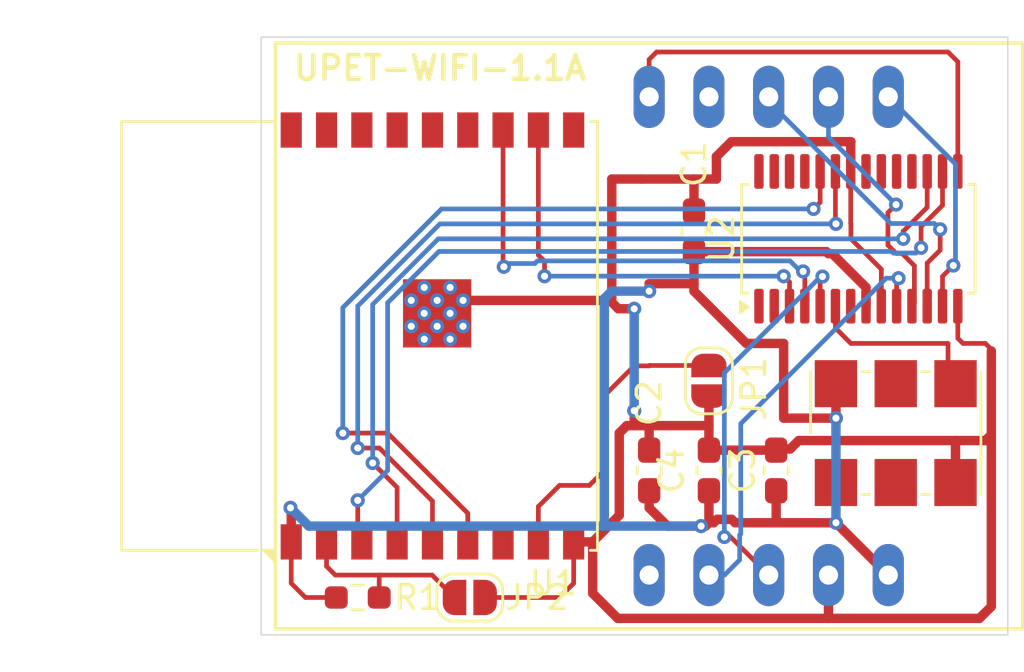
<source format=kicad_pcb>
(kicad_pcb (version 20240108) (generator "pcbnew") (generator_version "8.0")
  (layers (0 "F.Cu" signal) (31 "B.Cu" signal) (34 "B.Paste" user) (35 "F.Paste" user) (36 "B.SilkS" user "B.Silkscreen") (37 "F.SilkS" user "F.Silkscreen") (38 "B.Mask" user) (39 "F.Mask" user) (44 "Edge.Cuts" user))
  (net 0 "")
  (net 2 "Net-(U$1-SCK)")
  (net 3 "VCC")
  (net 4 "Net-(U$1-RST)")
  (net 5 "Net-(U$1-MISO)")
  (net 7 "Net-(U$1-INT)")
  (net 8 "GND")
  (net 9 "Net-(U$1-MOSI)")
  (net 10 "Net-(U$1-CS)")
  (net 11 "Net-(JP1-B)")
  (net 15 "Net-(JP2-B)")
  (net 16 "Net-(U1-IO6)")
  (net 21 "Net-(U1-IO7)")
  (net 22 "Net-(U1-IO4)")
  (net 23 "Net-(U1-IO21{slash}TXD)")
  (net 25 "Net-(U1-IO5)")
  (net 26 "Net-(U1-IO20{slash}RXD)")
  (net 31 "Net-(U2-XTAL1)")
  (footprint "UPET-Wifi:UPET_NETSPI" (layer "F.Cu") (at 135.89 95.25)
    (property "Reference" "U$1" (hide yes))
    (property "Value" "uPET NET SPI" (hide yes))
    (fp_line (start -10.795 -12.446) (end -10.795 12.446) (stroke (width 0.1524)) (layer "F.SilkS"))
    (fp_line (start -10.795 12.446) (end 20.955 12.446) (stroke (width 0.1524)) (layer "F.SilkS"))
    (fp_line (start 20.955 -12.446) (end -10.795 -12.446) (stroke (width 0.1524)) (layer "F.SilkS"))
    (fp_line (start 20.955 -12.446) (end 20.955 12.446) (stroke (width 0.1524)) (layer "F.SilkS"))
    (pad "1_1" thru_hole oval (at 15.24 -10.16 90) (size 2.6416 1.3208) (drill 0.8128) (layers "*.Cu" "*.Mask") (net 2 "Net-(U$1-SCK)"))
    (pad "1_2" thru_hole oval (at 12.7 -10.16 90) (size 2.6416 1.3208) (drill 0.8128) (layers "*.Cu" "*.Mask") (net 9 "Net-(U$1-MOSI)"))
    (pad "1_3" thru_hole oval (at 10.16 -10.16 90) (size 2.6416 1.3208) (drill 0.8128) (layers "*.Cu" "*.Mask") (net 5 "Net-(U$1-MISO)"))
    (pad "1_4" thru_hole oval (at 7.62 -10.16 90) (size 2.6416 1.3208) (drill 0.8128) (layers "*.Cu" "*.Mask"))
    (pad "1_5" thru_hole oval (at 5.08 -10.16 90) (size 2.6416 1.3208) (drill 0.8128) (layers "*.Cu" "*.Mask") (net 7 "Net-(U$1-INT)"))
    (pad "2_1" thru_hole oval (at 5.08 10.16 90) (size 2.6416 1.3208) (drill 0.8128) (layers "*.Cu" "*.Mask"))
    (pad "2_2" thru_hole oval (at 7.62 10.16 90) (size 2.6416 1.3208) (drill 0.8128) (layers "*.Cu" "*.Mask") (net 10 "Net-(U$1-CS)"))
    (pad "2_3" thru_hole oval (at 10.16 10.16 90) (size 2.6416 1.3208) (drill 0.8128) (layers "*.Cu" "*.Mask") (net 4 "Net-(U$1-RST)"))
    (pad "2_4" thru_hole oval (at 12.7 10.16 90) (size 2.6416 1.3208) (drill 0.8128) (layers "*.Cu" "*.Mask") (net 8 "GND"))
    (pad "2_5" thru_hole oval (at 15.24 10.16 90) (size 2.6416 1.3208) (drill 0.8128) (layers "*.Cu" "*.Mask") (net 3 "VCC"))
  )
  (footprint "Jumper:SolderJumper-2_P1.3mm_Open_RoundedPad1.0x1.5mm" (layer "F.Cu") (at 133.35 106.3625 180)
    (property "Reference" "JP2" (at -2.8575 0 360) (layer "F.SilkS"))
    (property "Value" "SolderJumper_2_Open")
    (fp_line (start 1.4 -0.3) (end 1.4 0.3) (stroke (width 0.12)) (layer "F.SilkS"))
    (fp_line (start 0.7 1) (end -0.7 1) (stroke (width 0.12)) (layer "F.SilkS"))
    (fp_line (start -0.7 -1) (end 0.7 -1) (stroke (width 0.12)) (layer "F.SilkS"))
    (fp_line (start -1.4 0.3) (end -1.4 -0.3) (stroke (width 0.12)) (layer "F.SilkS"))
    (fp_arc (start 1.4 0.3) (mid 1.194975 0.794975) (end 0.7 1) (stroke (width 0.12)) (layer "F.SilkS"))
    (fp_arc (start 0.7 -1) (mid 1.194975 -0.794975) (end 1.4 -0.3) (stroke (width 0.12)) (layer "F.SilkS"))
    (fp_arc (start -0.7 1) (mid -1.194975 0.794975) (end -1.4 0.3) (stroke (width 0.12)) (layer "F.SilkS"))
    (fp_arc (start -1.4 -0.3) (mid -1.194975 -0.794975) (end -0.7 -1) (stroke (width 0.12)) (layer "F.SilkS"))
    (pad "1" smd custom (at -0.65 0 180) (size 1 0.5) (layers "F.Cu" "F.Mask") (net 8 "GND") (options (clearance outline) (anchor rect)) (primitives (gr_circle (center 0 0.25) (end 0.5 0.25) (width 0) (fill yes)) (gr_circle (center 0 -0.25) (end 0.5 -0.25) (width 0) (fill yes)) (gr_poly (pts (xy 0.5 0.75) (xy 0 0.75) (xy 0 -0.75) (xy 0.5 -0.75)) (width 0) (fill yes))))
    (pad "2" smd custom (at 0.65 0 180) (size 1 0.5) (layers "F.Cu" "F.Mask") (net 15 "Net-(JP2-B)") (options (clearance outline) (anchor rect)) (primitives (gr_circle (center 0 0.25) (end 0.5 0.25) (width 0) (fill yes)) (gr_circle (center 0 -0.25) (end 0.5 -0.25) (width 0) (fill yes)) (gr_poly (pts (xy 0 0.75) (xy -0.5 0.75) (xy -0.5 -0.75) (xy 0 -0.75)) (width 0) (fill yes))))
  )
  (footprint "Resistor_SMD:R_0603_1608Metric_Pad0.98x0.95mm_HandSolder" (layer "F.Cu") (at 128.5875 106.3625)
    (property "Reference" "R1" (at 2.54 0 360) (layer "F.SilkS"))
    (property "Value" "10k")
    (fp_line (start -0.254724 -0.5225) (end 0.254724 -0.5225) (stroke (width 0.12)) (layer "F.SilkS"))
    (fp_line (start -0.254724 0.5225) (end 0.254724 0.5225) (stroke (width 0.12)) (layer "F.SilkS"))
    (pad "1" smd roundrect (at -0.9125 0) (size 0.975 0.95) (layers "F.Cu" "F.Paste" "F.Mask") (net 3 "VCC"))
    (pad "2" smd roundrect (at 0.9125 0) (size 0.975 0.95) (layers "F.Cu" "F.Paste" "F.Mask") (net 15 "Net-(JP2-B)"))
  )
  (footprint "Capacitor_SMD:C_0603_1608Metric_Pad1.08x0.95mm_HandSolder" (layer "F.Cu") (at 142.875 90.805 90)
    (property "Reference" "C1" (at 2.8575 0 90) (layer "F.SilkS"))
    (property "Value" "0.1u")
    (fp_line (start -0.146267 -0.51) (end 0.146267 -0.51) (stroke (width 0.12)) (layer "F.SilkS"))
    (fp_line (start -0.146267 0.51) (end 0.146267 0.51) (stroke (width 0.12)) (layer "F.SilkS"))
    (pad "1" smd roundrect (at -0.8625 0 90) (size 1.075 0.95) (layers "F.Cu" "F.Paste" "F.Mask") (net 3 "VCC"))
    (pad "2" smd roundrect (at 0.8625 0 90) (size 1.075 0.95) (layers "F.Cu" "F.Paste" "F.Mask") (net 8 "GND"))
  )
  (footprint "Capacitor_SMD:C_0603_1608Metric_Pad1.08x0.95mm_HandSolder" (layer "F.Cu") (at 143.51 100.965 90)
    (property "Reference" "C4" (at 0 -1.5875 90) (layer "F.SilkS"))
    (property "Value" "10u")
    (fp_line (start -0.146267 -0.51) (end 0.146267 -0.51) (stroke (width 0.12)) (layer "F.SilkS"))
    (fp_line (start -0.146267 0.51) (end 0.146267 0.51) (stroke (width 0.12)) (layer "F.SilkS"))
    (pad "1" smd roundrect (at -0.8625 0 90) (size 1.075 0.95) (layers "F.Cu" "F.Paste" "F.Mask") (net 3 "VCC"))
    (pad "2" smd roundrect (at 0.8625 0 90) (size 1.075 0.95) (layers "F.Cu" "F.Paste" "F.Mask") (net 8 "GND"))
  )
  (footprint "Package_SO:TSSOP-28_4.4x9.7mm_P0.65mm" (layer "F.Cu") (at 149.86 91.1225 90)
    (property "Reference" "U2" (at 0 -5.8 90) (layer "F.SilkS"))
    (property "Value" "SC16IS752IPW")
    (fp_line (start 2.31 -4.96) (end 2.31 -4.685) (stroke (width 0.12)) (layer "F.SilkS"))
    (fp_line (start 0 -4.96) (end 2.31 -4.96) (stroke (width 0.12)) (layer "F.SilkS"))
    (fp_line (start 0 -4.96) (end -2.31 -4.96) (stroke (width 0.12)) (layer "F.SilkS"))
    (fp_line (start -2.31 -4.96) (end -2.31 -4.685) (stroke (width 0.12)) (layer "F.SilkS"))
    (fp_line (start 2.31 4.96) (end 2.31 4.685) (stroke (width 0.12)) (layer "F.SilkS"))
    (fp_line (start 0 4.96) (end 2.31 4.96) (stroke (width 0.12)) (layer "F.SilkS"))
    (fp_line (start 0 4.96) (end -2.31 4.96) (stroke (width 0.12)) (layer "F.SilkS"))
    (fp_line (start -2.31 4.96) (end -2.31 4.685) (stroke (width 0.12)) (layer "F.SilkS"))
    (fp_poly (pts (xy -2.9 -4.685) (xy -3.14 -5.015) (xy -2.66 -5.015) (xy -2.9 -4.685)) (stroke (width 0.12)) (fill solid) (layer "F.SilkS"))
    (pad "1" smd roundrect (at -2.8625 -4.225 90) (size 1.475 0.4) (layers "F.Cu" "F.Paste" "F.Mask"))
    (pad "2" smd roundrect (at -2.8625 -3.575 90) (size 1.475 0.4) (layers "F.Cu" "F.Paste" "F.Mask"))
    (pad "3" smd roundrect (at -2.8625 -2.925 90) (size 1.475 0.4) (layers "F.Cu" "F.Paste" "F.Mask") (net 26 "Net-(U1-IO20{slash}RXD)"))
    (pad "4" smd roundrect (at -2.8625 -2.275 90) (size 1.475 0.4) (layers "F.Cu" "F.Paste" "F.Mask") (net 23 "Net-(U1-IO21{slash}TXD)"))
    (pad "5" smd roundrect (at -2.8625 -1.625 90) (size 1.475 0.4) (layers "F.Cu" "F.Paste" "F.Mask") (net 4 "Net-(U$1-RST)"))
    (pad "6" smd roundrect (at -2.8625 -0.975 90) (size 1.475 0.4) (layers "F.Cu" "F.Paste" "F.Mask") (net 31 "Net-(U2-XTAL1)"))
    (pad "7" smd roundrect (at -2.8625 -0.325 90) (size 1.475 0.4) (layers "F.Cu" "F.Paste" "F.Mask"))
    (pad "8" smd roundrect (at -2.8625 0.325 90) (size 1.475 0.4) (layers "F.Cu" "F.Paste" "F.Mask") (net 3 "VCC"))
    (pad "9" smd roundrect (at -2.8625 0.975 90) (size 1.475 0.4) (layers "F.Cu" "F.Paste" "F.Mask") (net 8 "GND"))
    (pad "10" smd roundrect (at -2.8625 1.625 90) (size 1.475 0.4) (layers "F.Cu" "F.Paste" "F.Mask") (net 10 "Net-(U$1-CS)"))
    (pad "11" smd roundrect (at -2.8625 2.275 90) (size 1.475 0.4) (layers "F.Cu" "F.Paste" "F.Mask") (net 9 "Net-(U$1-MOSI)"))
    (pad "12" smd roundrect (at -2.8625 2.925 90) (size 1.475 0.4) (layers "F.Cu" "F.Paste" "F.Mask") (net 5 "Net-(U$1-MISO)"))
    (pad "13" smd roundrect (at -2.8625 3.575 90) (size 1.475 0.4) (layers "F.Cu" "F.Paste" "F.Mask") (net 2 "Net-(U$1-SCK)"))
    (pad "14" smd roundrect (at -2.8625 4.225 90) (size 1.475 0.4) (layers "F.Cu" "F.Paste" "F.Mask") (net 8 "GND"))
    (pad "15" smd roundrect (at 2.8625 4.225 90) (size 1.475 0.4) (layers "F.Cu" "F.Paste" "F.Mask") (net 7 "Net-(U$1-INT)"))
    (pad "16" smd roundrect (at 2.8625 3.575 90) (size 1.475 0.4) (layers "F.Cu" "F.Paste" "F.Mask") (net 22 "Net-(U1-IO4)"))
    (pad "17" smd roundrect (at 2.8625 2.925 90) (size 1.475 0.4) (layers "F.Cu" "F.Paste" "F.Mask") (net 25 "Net-(U1-IO5)"))
    (pad "18" smd roundrect (at 2.8625 2.275 90) (size 1.475 0.4) (layers "F.Cu" "F.Paste" "F.Mask"))
    (pad "19" smd roundrect (at 2.8625 1.625 90) (size 1.475 0.4) (layers "F.Cu" "F.Paste" "F.Mask"))
    (pad "20" smd roundrect (at 2.8625 0.975 90) (size 1.475 0.4) (layers "F.Cu" "F.Paste" "F.Mask"))
    (pad "21" smd roundrect (at 2.8625 0.325 90) (size 1.475 0.4) (layers "F.Cu" "F.Paste" "F.Mask"))
    (pad "22" smd roundrect (at 2.8625 -0.325 90) (size 1.475 0.4) (layers "F.Cu" "F.Paste" "F.Mask") (net 8 "GND"))
    (pad "23" smd roundrect (at 2.8625 -0.975 90) (size 1.475 0.4) (layers "F.Cu" "F.Paste" "F.Mask") (net 16 "Net-(U1-IO6)"))
    (pad "24" smd roundrect (at 2.8625 -1.625 90) (size 1.475 0.4) (layers "F.Cu" "F.Paste" "F.Mask") (net 21 "Net-(U1-IO7)"))
    (pad "25" smd roundrect (at 2.8625 -2.275 90) (size 1.475 0.4) (layers "F.Cu" "F.Paste" "F.Mask"))
    (pad "26" smd roundrect (at 2.8625 -2.925 90) (size 1.475 0.4) (layers "F.Cu" "F.Paste" "F.Mask"))
    (pad "27" smd roundrect (at 2.8625 -3.575 90) (size 1.475 0.4) (layers "F.Cu" "F.Paste" "F.Mask"))
    (pad "28" smd roundrect (at 2.8625 -4.225 90) (size 1.475 0.4) (layers "F.Cu" "F.Paste" "F.Mask"))
  )
  (footprint "Capacitor_SMD:C_0603_1608Metric_Pad1.08x0.95mm_HandSolder" (layer "F.Cu") (at 140.97 100.965 90)
    (property "Reference" "C2" (at 2.8575 0 90) (layer "F.SilkS"))
    (property "Value" "0.1u")
    (fp_line (start -0.146267 -0.51) (end 0.146267 -0.51) (stroke (width 0.12)) (layer "F.SilkS"))
    (fp_line (start -0.146267 0.51) (end 0.146267 0.51) (stroke (width 0.12)) (layer "F.SilkS"))
    (pad "1" smd roundrect (at -0.8625 0 90) (size 1.075 0.95) (layers "F.Cu" "F.Paste" "F.Mask") (net 3 "VCC"))
    (pad "2" smd roundrect (at 0.8625 0 90) (size 1.075 0.95) (layers "F.Cu" "F.Paste" "F.Mask") (net 8 "GND"))
  )
  (footprint "Oscillator:Oscillator_SMD_IDT_JU6-6_7.0x5.0mm_P2.54mm" (layer "F.Cu") (at 151.4475 99.3775 90)
    (property "Reference" "U3" (hide yes))
    (property "Value" "1.8432 MHz" (hide yes))
    (fp_line (start 0 -3.62) (end 2.61 -3.62) (stroke (width 0.12)) (layer "F.SilkS"))
    (fp_line (start 2.61 -1.44) (end 2.61 -1.1) (stroke (width 0.12)) (layer "F.SilkS"))
    (fp_line (start -2.61 -1.1) (end -2.61 -1.44) (stroke (width 0.12)) (layer "F.SilkS"))
    (fp_line (start 2.61 1.1) (end 2.61 1.44) (stroke (width 0.12)) (layer "F.SilkS"))
    (fp_line (start -2.61 1.44) (end -2.61 1.1) (stroke (width 0.12)) (layer "F.SilkS"))
    (fp_line (start 2.61 3.62) (end -2.61 3.62) (stroke (width 0.12)) (layer "F.SilkS"))
    (pad "1" smd rect (at -2.1 -2.54) (size 1.8 2) (layers "F.Cu" "F.Paste" "F.Mask"))
    (pad "2" smd rect (at -2.1 0) (size 1.8 2) (layers "F.Cu" "F.Paste" "F.Mask"))
    (pad "3" smd rect (at -2.1 2.54) (size 1.8 2) (layers "F.Cu" "F.Paste" "F.Mask") (net 8 "GND"))
    (pad "4" smd rect (at 2.1 2.54) (size 1.8 2) (layers "F.Cu" "F.Paste" "F.Mask") (net 31 "Net-(U2-XTAL1)"))
    (pad "5" smd rect (at 2.1 0) (size 1.8 2) (layers "F.Cu" "F.Paste" "F.Mask"))
    (pad "6" smd rect (at 2.1 -2.54) (size 1.8 2) (layers "F.Cu" "F.Paste" "F.Mask") (net 3 "VCC"))
  )
  (footprint "Jumper:SolderJumper-2_P1.3mm_Open_RoundedPad1.0x1.5mm" (layer "F.Cu") (at 143.51 97.155 90)
    (property "Reference" "JP1" (at -0.3325 1.905 90) (layer "F.SilkS"))
    (property "Value" "SolderJumper_2_Open" (hide yes))
    (fp_line (start -0.7 -1) (end 0.7 -1) (stroke (width 0.12)) (layer "F.SilkS"))
    (fp_line (start 1.4 -0.3) (end 1.4 0.3) (stroke (width 0.12)) (layer "F.SilkS"))
    (fp_line (start -1.4 0.3) (end -1.4 -0.3) (stroke (width 0.12)) (layer "F.SilkS"))
    (fp_line (start 0.7 1) (end -0.7 1) (stroke (width 0.12)) (layer "F.SilkS"))
    (fp_arc (start 0.7 -1) (mid 1.194975 -0.794975) (end 1.4 -0.3) (stroke (width 0.12)) (layer "F.SilkS"))
    (fp_arc (start -1.4 -0.3) (mid -1.194975 -0.794975) (end -0.7 -1) (stroke (width 0.12)) (layer "F.SilkS"))
    (fp_arc (start 1.4 0.3) (mid 1.194975 0.794975) (end 0.7 1) (stroke (width 0.12)) (layer "F.SilkS"))
    (fp_arc (start -0.7 1) (mid -1.194975 0.794975) (end -1.4 0.3) (stroke (width 0.12)) (layer "F.SilkS"))
    (pad "1" smd custom (at -0.65 0 90) (size 1 0.5) (layers "F.Cu" "F.Mask") (net 8 "GND") (options (clearance outline) (anchor rect)) (primitives (gr_circle (center 0 0.25) (end 0.5 0.25) (width 0) (fill yes)) (gr_circle (center 0 -0.25) (end 0.5 -0.25) (width 0) (fill yes)) (gr_poly (pts (xy 0.5 0.75) (xy 0 0.75) (xy 0 -0.75) (xy 0.5 -0.75)) (width 0) (fill yes))))
    (pad "2" smd custom (at 0.65 0 90) (size 1 0.5) (layers "F.Cu" "F.Mask") (net 11 "Net-(JP1-B)") (options (clearance outline) (anchor rect)) (primitives (gr_circle (center 0 0.25) (end 0.5 0.25) (width 0) (fill yes)) (gr_circle (center 0 -0.25) (end 0.5 -0.25) (width 0) (fill yes)) (gr_poly (pts (xy 0 0.75) (xy -0.5 0.75) (xy -0.5 -0.75) (xy 0 -0.75)) (width 0) (fill yes))))
  )
  (footprint "Capacitor_SMD:C_0603_1608Metric_Pad1.08x0.95mm_HandSolder" (layer "F.Cu") (at 146.3675 100.965 90)
    (property "Reference" "C3" (at 0 -1.43 90) (layer "F.SilkS"))
    (property "Value" "0.1u")
    (fp_line (start -0.146267 -0.51) (end 0.146267 -0.51) (stroke (width 0.12)) (layer "F.SilkS"))
    (fp_line (start -0.146267 0.51) (end 0.146267 0.51) (stroke (width 0.12)) (layer "F.SilkS"))
    (pad "1" smd roundrect (at -0.8625 0 90) (size 1.075 0.95) (layers "F.Cu" "F.Paste" "F.Mask") (net 3 "VCC"))
    (pad "2" smd roundrect (at 0.8625 0 90) (size 1.075 0.95) (layers "F.Cu" "F.Paste" "F.Mask") (net 8 "GND"))
  )
  (footprint "RF_Module:ESP32-C3-WROOM-02" (layer "F.Cu") (at 131.7625 95.25 90)
    (property "Reference" "U1" (at -10.5 5.13 0) (layer "F.SilkS"))
    (property "Value" "ESP32-C3-WROOM-02")
    (fp_line (start 9.11 -13.21) (end 9.11 -6.71) (stroke (width 0.12)) (layer "F.SilkS"))
    (fp_line (start -9.11 -13.21) (end 9.11 -13.21) (stroke (width 0.12)) (layer "F.SilkS"))
    (fp_line (start -9.11 -13.21) (end -9.11 -7.4) (stroke (width 0.12)) (layer "F.SilkS"))
    (fp_line (start 9.11 6.71) (end 9.11 7.01) (stroke (width 0.12)) (layer "F.SilkS"))
    (fp_line (start -9.11 6.71) (end -9.11 7.01) (stroke (width 0.12)) (layer "F.SilkS"))
    (fp_line (start -9.11 7.01) (end 9.11 7.01) (stroke (width 0.12)) (layer "F.SilkS"))
    (fp_poly (pts (xy -9.1 -6.7) (xy -9.6 -6.7) (xy -9.1 -7.2) (xy -9.1 -6.7)) (stroke (width 0.12)) (fill solid) (layer "F.SilkS"))
    (pad "1" smd rect (at -8.75 -6 90) (size 1.5 0.9) (layers "F.Cu" "F.Paste" "F.Mask") (net 3 "VCC"))
    (pad "2" smd rect (at -8.75 -4.5 90) (size 1.5 0.9) (layers "F.Cu" "F.Paste" "F.Mask") (net 15 "Net-(JP2-B)"))
    (pad "3" smd rect (at -8.75 -3 90) (size 1.5 0.9) (layers "F.Cu" "F.Paste" "F.Mask") (net 22 "Net-(U1-IO4)"))
    (pad "4" smd rect (at -8.75 -1.5 90) (size 1.5 0.9) (layers "F.Cu" "F.Paste" "F.Mask") (net 25 "Net-(U1-IO5)"))
    (pad "5" smd rect (at -8.75 0 90) (size 1.5 0.9) (layers "F.Cu" "F.Paste" "F.Mask") (net 16 "Net-(U1-IO6)"))
    (pad "6" smd rect (at -8.75 1.5 90) (size 1.5 0.9) (layers "F.Cu" "F.Paste" "F.Mask") (net 21 "Net-(U1-IO7)"))
    (pad "7" smd rect (at -8.75 3 90) (size 1.5 0.9) (layers "F.Cu" "F.Paste" "F.Mask"))
    (pad "8" smd rect (at -8.75 4.5 90) (size 1.5 0.9) (layers "F.Cu" "F.Paste" "F.Mask") (net 11 "Net-(JP1-B)"))
    (pad "9" smd rect (at -8.75 6 90) (size 1.5 0.9) (layers "F.Cu" "F.Paste" "F.Mask") (net 8 "GND"))
    (pad "10" smd rect (at 8.75 6 90) (size 1.5 0.9) (layers "F.Cu" "F.Paste" "F.Mask"))
    (pad "11" smd rect (at 8.75 4.5 90) (size 1.5 0.9) (layers "F.Cu" "F.Paste" "F.Mask") (net 26 "Net-(U1-IO20{slash}RXD)"))
    (pad "12" smd rect (at 8.75 3 90) (size 1.5 0.9) (layers "F.Cu" "F.Paste" "F.Mask") (net 23 "Net-(U1-IO21{slash}TXD)"))
    (pad "13" smd rect (at 8.75 1.5 90) (size 1.5 0.9) (layers "F.Cu" "F.Paste" "F.Mask"))
    (pad "14" smd rect (at 8.75 0 90) (size 1.5 0.9) (layers "F.Cu" "F.Paste" "F.Mask"))
    (pad "15" smd rect (at 8.75 -1.5 90) (size 1.5 0.9) (layers "F.Cu" "F.Paste" "F.Mask"))
    (pad "16" smd rect (at 8.75 -3 90) (size 1.5 0.9) (layers "F.Cu" "F.Paste" "F.Mask"))
    (pad "17" smd rect (at 8.75 -4.5 90) (size 1.5 0.9) (layers "F.Cu" "F.Paste" "F.Mask"))
    (pad "18" smd rect (at 8.75 -6 90) (size 1.5 0.9) (layers "F.Cu" "F.Paste" "F.Mask"))
    (pad "19" thru_hole circle (at -0.14 -0.35 90) (size 0.6 0.6) (drill 0.3) (property pad_prop_heatsink) (layers "*.Cu" "F.Mask") (net 8 "GND"))
    (pad "19" thru_hole circle (at -0.14 0.75 90) (size 0.6 0.6) (drill 0.3) (property pad_prop_heatsink) (layers "*.Cu" "F.Mask") (net 8 "GND"))
    (pad "19" thru_hole circle (at 0.41 -0.9 90) (size 0.6 0.6) (drill 0.3) (property pad_prop_heatsink) (layers "*.Cu" "F.Mask") (net 8 "GND"))
    (pad "19" thru_hole circle (at 0.41 0.2 90) (size 0.6 0.6) (drill 0.3) (property pad_prop_heatsink) (layers "*.Cu" "F.Mask") (net 8 "GND"))
    (pad "19" thru_hole circle (at 0.41 1.3 90) (size 0.6 0.6) (drill 0.3) (property pad_prop_heatsink) (layers "*.Cu" "F.Mask") (net 8 "GND"))
    (pad "19" thru_hole circle (at 0.96 -0.35 90) (size 0.6 0.6) (drill 0.3) (property pad_prop_heatsink) (layers "*.Cu" "F.Mask") (net 8 "GND"))
    (pad "19" smd rect (at 0.96 0.2 90) (size 2.9 2.9) (layers "F.Cu" "F.Mask") (net 8 "GND"))
    (pad "19" thru_hole circle (at 0.96 0.75 90) (size 0.6 0.6) (drill 0.3) (property pad_prop_heatsink) (layers "*.Cu" "F.Mask") (net 8 "GND"))
    (pad "19" thru_hole circle (at 1.51 -0.9 90) (size 0.6 0.6) (drill 0.3) (property pad_prop_heatsink) (layers "*.Cu" "F.Mask") (net 8 "GND"))
    (pad "19" thru_hole circle (at 1.51 0.2 90) (size 0.6 0.6) (drill 0.3) (property pad_prop_heatsink) (layers "*.Cu" "F.Mask") (net 8 "GND"))
    (pad "19" thru_hole circle (at 1.51 1.3 90) (size 0.6 0.6) (drill 0.3) (property pad_prop_heatsink) (layers "*.Cu" "F.Mask") (net 8 "GND"))
    (pad "19" thru_hole circle (at 2.06 -0.35 90) (size 0.6 0.6) (drill 0.3) (property pad_prop_heatsink) (layers "*.Cu" "F.Mask") (net 8 "GND"))
    (pad "19" thru_hole circle (at 2.06 0.75 90) (size 0.6 0.6) (drill 0.3) (property pad_prop_heatsink) (layers "*.Cu" "F.Mask") (net 8 "GND"))
  )
  (gr_line (start 156.21 107.95) (end 124.485 107.95) (stroke (width 0.05)) (layer "Edge.Cuts"))
  (gr_line (start 124.485 82.55) (end 156.21 82.55) (stroke (width 0.05)) (layer "Edge.Cuts"))
  (gr_line (start 156.21 82.55) (end 156.21 107.95) (stroke (width 0.05)) (layer "Edge.Cuts"))
  (gr_line (start 124.485 107.95) (end 124.485 82.55) (stroke (width 0.05)) (layer "Edge.Cuts"))
  (gr_text "UPET-WIFI-1.1A" (at 132.08 84.455 0) (layer "F.SilkS") (effects (font (size 1 1) (thickness 0.2) (bold yes)) (justify bottom)))
  (segment (start 153.435 93.985) (end 153.435 92.716488) (width 0.2) (layer "F.Cu") (net 2))
  (segment (start 153.435 92.716488) (end 153.893679 92.257809) (width 0.2) (layer "F.Cu") (net 2))
  (via (at 153.893679 92.257809) (size 0.6) (drill 0.3) (layers "F.Cu" "B.Cu") (net 2))
  (segment (start 151.13 85.09) (end 153.985843 87.945843) (width 0.2) (layer "B.Cu") (net 2))
  (segment (start 153.985843 87.945843) (end 153.985843 92.165645) (width 0.2) (layer "B.Cu") (net 2))
  (segment (start 153.985843 92.165645) (end 153.893679 92.257809) (width 0.2) (layer "B.Cu") (net 2))
  (segment (start 148.59 91.7575) (end 148.5 91.6675) (width 0.4) (layer "F.Cu") (net 3))
  (segment (start 125.7625 105.76) (end 125.7625 104) (width 0.2) (layer "F.Cu") (net 3))
  (segment (start 145.0975 95.5675) (end 146.685 95.5675) (width 0.4) (layer "F.Cu") (net 3))
  (segment (start 143.855069 103.042235) (end 143.709804 103.1875) (width 0.4) (layer "F.Cu") (net 3))
  (segment (start 142.875 93.0275) (end 142.875 91.6675) (width 0.4) (layer "F.Cu") (net 3))
  (segment (start 148.5 91.6675) (end 142.875 91.6675) (width 0.4) (layer "F.Cu") (net 3))
  (segment (start 150.185 93.187622) (end 148.754878 91.7575) (width 0.4) (layer "F.Cu") (net 3))
  (segment (start 125.7625 105.76) (end 126.365 106.3625) (width 0.2) (layer "F.Cu") (net 3))
  (segment (start 142.875 93.0275) (end 142.875 93.345) (width 0.4) (layer "F.Cu") (net 3))
  (segment (start 143.51 103.1875) (end 143.36788 103.32962) (width 0.4) (layer "F.Cu") (net 3))
  (segment (start 144.621656 103.1875) (end 144.476391 103.042235) (width 0.4) (layer "F.Cu") (net 3))
  (segment (start 125.7625 102.585) (end 125.73 102.5525) (width 0.4) (layer "F.Cu") (net 3))
  (segment (start 140.97 102.5525) (end 141.74712 103.32962) (width 0.4) (layer "F.Cu") (net 3))
  (segment (start 144.476391 103.042235) (end 143.855069 103.042235) (width 0.4) (layer "F.Cu") (net 3))
  (segment (start 140.97 93.0275) (end 142.875 93.0275) (width 0.4) (layer "F.Cu") (net 3))
  (segment (start 146.3675 103.1875) (end 146.3675 101.8775) (width 0.4) (layer "F.Cu") (net 3))
  (segment (start 142.875 93.345) (end 145.0975 95.5675) (width 0.4) (layer "F.Cu") (net 3))
  (segment (start 125.7625 104) (end 125.7625 102.585) (width 0.4) (layer "F.Cu") (net 3))
  (segment (start 143.51 101.8275) (end 143.51 103.1875) (width 0.4) (layer "F.Cu") (net 3))
  (segment (start 143.36788 103.32962) (end 143.1775 103.32962) (width 0.4) (layer "F.Cu") (net 3))
  (segment (start 148.9075 103.1875) (end 151.13 105.41) (width 0.4) (layer "F.Cu") (net 3))
  (segment (start 146.3675 103.1875) (end 144.621656 103.1875) (width 0.4) (layer "F.Cu") (net 3))
  (segment (start 150.185 93.985) (end 150.185 93.187622) (width 0.4) (layer "F.Cu") (net 3))
  (segment (start 148.9075 97.2775) (end 148.9075 98.7425) (width 0.4) (layer "F.Cu") (net 3))
  (segment (start 141.74712 103.32962) (end 143.1775 103.32962) (width 0.4) (layer "F.Cu") (net 3))
  (segment (start 140.97 101.8275) (end 140.97 102.5525) (width 0.4) (layer "F.Cu") (net 3))
  (segment (start 126.365 106.3625) (end 127.675 106.3625) (width 0.2) (layer "F.Cu") (net 3))
  (segment (start 146.685 98.7425) (end 146.685 95.5675) (width 0.4) (layer "F.Cu") (net 3))
  (segment (start 148.9075 98.7425) (end 146.685 98.7425) (width 0.4) (layer "F.Cu") (net 3))
  (segment (start 140.97 93.0275) (end 140.97 93.345) (width 0.4) (layer "F.Cu") (net 3))
  (segment (start 143.709804 103.1875) (end 143.51 103.1875) (width 0.4) (layer "F.Cu") (net 3))
  (segment (start 146.3675 103.1875) (end 148.9075 103.1875) (width 0.4) (layer "F.Cu") (net 3))
  (via (at 148.9075 103.1875) (size 0.6) (drill 0.3) (layers "F.Cu" "B.Cu") (net 3))
  (via (at 143.1775 103.32962) (size 0.6) (drill 0.3) (layers "F.Cu" "B.Cu") (net 3))
  (via (at 140.97 93.345) (size 0.6) (drill 0.3) (layers "F.Cu" "B.Cu") (net 3))
  (via (at 148.9075 98.7425) (size 0.6) (drill 0.3) (layers "F.Cu" "B.Cu") (net 3))
  (via (at 125.73 102.5525) (size 0.6) (drill 0.3) (layers "F.Cu" "B.Cu") (net 3))
  (segment (start 139.3825 93.345) (end 140.97 93.345) (width 0.4) (layer "B.Cu") (net 3))
  (segment (start 125.73 102.5525) (end 126.50712 103.32962) (width 0.4) (layer "B.Cu") (net 3))
  (segment (start 126.50712 103.32962) (end 139.065 103.32962) (width 0.4) (layer "B.Cu") (net 3))
  (segment (start 139.065 103.32962) (end 139.065 93.6625) (width 0.4) (layer "B.Cu") (net 3))
  (segment (start 139.065 93.6625) (end 139.3825 93.345) (width 0.4) (layer "B.Cu") (net 3))
  (segment (start 148.9075 98.7425) (end 148.9075 103.1875) (width 0.4) (layer "B.Cu") (net 3))
  (segment (start 139.065 103.32962) (end 143.1775 103.32962) (width 0.4) (layer "B.Cu") (net 3))
  (segment (start 144.16573 103.792235) (end 144.432235 103.792235) (width 0.2) (layer "F.Cu") (net 4))
  (segment (start 148.235 93.985) (end 148.235 92.824875) (width 0.2) (layer "F.Cu") (net 4))
  (segment (start 148.235 92.824875) (end 148.333601 92.726274) (width 0.2) (layer "F.Cu") (net 4))
  (segment (start 144.432235 103.792235) (end 146.05 105.41) (width 0.2) (layer "F.Cu") (net 4))
  (via (at 144.16573 103.792235) (size 0.6) (drill 0.3) (layers "F.Cu" "B.Cu") (net 4))
  (via (at 148.333601 92.726274) (size 0.6) (drill 0.3) (layers "F.Cu" "B.Cu") (net 4))
  (segment (start 148.256226 92.726274) (end 148.333601 92.726274) (width 0.2) (layer "B.Cu") (net 4))
  (segment (start 144.16573 96.81677) (end 148.256226 92.726274) (width 0.2) (layer "B.Cu") (net 4))
  (segment (start 144.16573 103.792235) (end 144.16573 96.81677) (width 0.2) (layer "B.Cu") (net 4))
  (segment (start 152.785 93.985) (end 152.785 92.152633) (width 0.2) (layer "F.Cu") (net 5))
  (segment (start 153.335843 91.60179) (end 153.335843 90.719082) (width 0.2) (layer "F.Cu") (net 5))
  (segment (start 152.785 92.152633) (end 153.335843 91.60179) (width 0.2) (layer "F.Cu") (net 5))
  (via (at 153.335843 90.719082) (size 0.6) (drill 0.3) (layers "F.Cu" "B.Cu") (net 5))
  (segment (start 146.05 85.29) (end 151.2325 90.4725) (width 0.2) (layer "B.Cu") (net 5))
  (segment (start 153.089261 90.4725) (end 153.335843 90.719082) (width 0.2) (layer "B.Cu") (net 5))
  (segment (start 151.2325 90.4725) (end 153.089261 90.4725) (width 0.2) (layer "B.Cu") (net 5))
  (segment (start 146.05 85.09) (end 146.05 85.29) (width 0.2) (layer "B.Cu") (net 5))
  (segment (start 154.085 88.26) (end 154.085 83.6) (width 0.2) (layer "F.Cu") (net 7))
  (segment (start 141.2875 83.185) (end 140.97 83.5025) (width 0.2) (layer "F.Cu") (net 7))
  (segment (start 154.085 83.6) (end 153.67 83.185) (width 0.2) (layer "F.Cu") (net 7))
  (segment (start 140.97 83.5025) (end 140.97 85.09) (width 0.2) (layer "F.Cu") (net 7))
  (segment (start 153.67 83.185) (end 141.2875 83.185) (width 0.2) (layer "F.Cu") (net 7))
  (segment (start 150.835 93.985) (end 150.835 92.415) (width 0.2) (layer "F.Cu") (net 8))
  (segment (start 155.2575 95.5675) (end 155.575 95.885) (width 0.2) (layer "F.Cu") (net 8))
  (segment (start 139.3825 93.6625) (end 139.3825 88.5825) (width 0.4) (layer "F.Cu") (net 8))
  (segment (start 149.535 87.0025) (end 149.535 88.26) (width 0.4) (layer "F.Cu") (net 8))
  (segment (start 147.32 99.695) (end 153.9875 99.695) (width 0.4) (layer "F.Cu") (net 8))
  (segment (start 143.8275 87.63) (end 144.4625 86.995) (width 0.4) (layer "F.Cu") (net 8))
  (segment (start 137.7625 105.76) (end 137.7625 104) (width 0.2) (layer "F.Cu") (net 8))
  (segment (start 149.535 90.48) (end 149.535 88.26) (width 0.2) (layer "F.Cu") (net 8))
  (segment (start 139.3825 88.5825) (end 140.6525 88.5825) (width 0.4) (layer "F.Cu") (net 8))
  (segment (start 155.005 107.25) (end 155.51 106.745) (width 0.4) (layer "F.Cu") (net 8))
  (segment (start 140.335 98.425) (end 140.335 99.06) (width 0.4) (layer "F.Cu") (net 8))
  (segment (start 139.635 107.25) (end 148.59 107.25) (width 0.4) (layer "F.Cu") (net 8))
  (segment (start 144.4625 86.995) (end 149.5425 86.995) (width 0.4) (layer "F.Cu") (net 8))
  (segment (start 143.51 100.1025) (end 146.3175 100.1025) (width 0.4) (layer "F.Cu") (net 8))
  (segment (start 143.51 100.1025) (end 143.51 99.06) (width 0.4) (layer "F.Cu") (net 8))
  (segment (start 155.51 99.4425) (end 155.51 95.885) (width 0.4) (layer "F.Cu") (net 8))
  (segment (start 154.085 95.3475) (end 154.305 95.5675) (width 0.2) (layer "F.Cu") (net 8))
  (segment (start 153.9875 99.695) (end 153.9875 101.4775) (width 0.4) (layer "F.Cu") (net 8))
  (segment (start 150.835 92.415) (end 149.5425 91.1225) (width 0.2) (layer "F.Cu") (net 8))
  (segment (start 154.305 95.5675) (end 155.2575 95.5675) (width 0.2) (layer "F.Cu") (net 8))
  (segment (start 139.66 94.095) (end 140.335 94.095) (width 0.4) (layer "F.Cu") (net 8))
  (segment (start 146.3175 100.1025) (end 146.3675 100.0525) (width 0.4) (layer "F.Cu") (net 8))
  (segment (start 149.5425 90.4875) (end 149.535 90.48) (width 0.2) (layer "F.Cu") (net 8))
  (segment (start 139.7 102.87) (end 138.57 104) (width 0.4) (layer "F.Cu") (net 8))
  (segment (start 138.57 104) (end 138.57 106.185) (width 0.4) (layer "F.Cu") (net 8))
  (segment (start 148.59 107.25) (end 155.005 107.25) (width 0.4) (layer "F.Cu") (net 8))
  (segment (start 148.59 107.25) (end 148.59 105.41) (width 0.4) (layer "F.Cu") (net 8))
  (segment (start 140.335 99.06) (end 140.0175 99.06) (width 0.4) (layer "F.Cu") (net 8))
  (segment (start 140.0175 99.06) (end 139.7 99.3775) (width 0.4) (layer "F.Cu") (net 8))
  (segment (start 155.51 106.745) (end 155.51 99.4425) (width 0.4) (layer "F.Cu") (net 8))
  (segment (start 134 106.3625) (end 137.16 106.3625) (width 0.2) (layer "F.Cu") (net 8))
  (segment (start 149.5425 91.1225) (end 149.5425 90.4875) (width 0.2) (layer "F.Cu") (net 8))
  (segment (start 139.7 99.3775) (end 139.7 102.87) (width 0.4) (layer "F.Cu") (net 8))
  (segment (start 140.97 99.06) (end 140.97 100.1025) (width 0.4) (layer "F.Cu") (net 8))
  (segment (start 142.875 88.5825) (end 143.8275 88.5825) (width 0.4) (layer "F.Cu") (net 8))
  (segment (start 146.3675 100.0525) (end 146.9625 100.0525) (width 0.4) (layer "F.Cu") (net 8))
  (segment (start 142.875 89.9425) (end 142.875 88.5825) (width 0.4) (layer "F.Cu") (net 8))
  (segment (start 140.6525 88.5825) (end 142.875 88.5825) (width 0.4) (layer "F.Cu") (net 8))
  (segment (start 149.5425 86.995) (end 149.535 87.0025) (width 0.4) (layer "F.Cu") (net 8))
  (segment (start 146.9625 100.0525) (end 147.32 99.695) (width 0.4) (layer "F.Cu") (net 8))
  (segment (start 153.9875 99.695) (end 155.2575 99.695) (width 0.4) (layer "F.Cu") (net 8))
  (segment (start 154.085 93.985) (end 154.085 95.3475) (width 0.2) (layer "F.Cu") (net 8))
  (segment (start 139.305 93.74) (end 139.66 94.095) (width 0.4) (layer "F.Cu") (net 8))
  (segment (start 143.51 99.06) (end 143.51 97.805) (width 0.4) (layer "F.Cu") (net 8))
  (segment (start 140.97 99.06) (end 140.335 99.06) (width 0.4) (layer "F.Cu") (net 8))
  (segment (start 139.305 93.74) (end 139.3825 93.6625) (width 0.4) (layer "F.Cu") (net 8))
  (segment (start 155.2575 99.695) (end 155.51 99.4425) (width 0.4) (layer "F.Cu") (net 8))
  (segment (start 137.16 106.3625) (end 137.7625 105.76) (width 0.2) (layer "F.Cu") (net 8))
  (segment (start 138.57 106.185) (end 139.635 107.25) (width 0.4) (layer "F.Cu") (net 8))
  (segment (start 133.0625 93.74) (end 139.305 93.74) (width 0.4) (layer "F.Cu") (net 8))
  (segment (start 143.51 99.06) (end 140.97 99.06) (width 0.4) (layer "F.Cu") (net 8))
  (segment (start 143.8275 88.5825) (end 143.8275 87.63) (width 0.4) (layer "F.Cu") (net 8))
  (segment (start 138.57 104) (end 137.7625 104) (width 0.4) (layer "F.Cu") (net 8))
  (via (at 140.335 98.425) (size 0.6) (drill 0.3) (layers "F.Cu" "B.Cu") (net 8))
  (via (at 140.335 94.095) (size 0.6) (drill 0.3) (layers "F.Cu" "B.Cu") (net 8))
  (segment (start 140.335 94.095) (end 140.335 98.425) (width 0.4) (layer "B.Cu") (net 8))
  (segment (start 152.23962 92.265381) (end 151.716739 91.7425) (width 0.2) (layer "F.Cu") (net 9))
  (segment (start 152.23962 93.88038) (end 152.23962 92.265381) (width 0.2) (layer "F.Cu") (net 9))
  (segment (start 151.716739 91.7425) (end 151.465761 91.7425) (width 0.2) (layer "F.Cu") (net 9))
  (segment (start 151.115 91.391739) (end 151.115 90.012251) (width 0.2) (layer "F.Cu") (net 9))
  (segment (start 151.115 90.012251) (end 151.459226 89.668025) (width 0.2) (layer "F.Cu") (net 9))
  (segment (start 151.465761 91.7425) (end 151.115 91.391739) (width 0.2) (layer "F.Cu") (net 9))
  (segment (start 152.135 93.985) (end 152.23962 93.88038) (width 0.2) (layer "F.Cu") (net 9))
  (via (at 151.459226 89.668025) (size 0.6) (drill 0.3) (layers "F.Cu" "B.Cu") (net 9))
  (segment (start 148.59 86.798799) (end 151.459226 89.668025) (width 0.2) (layer "B.Cu") (net 9))
  (segment (start 148.59 85.09) (end 148.59 86.798799) (width 0.2) (layer "B.Cu") (net 9))
  (segment (start 151.485 92.87962) (end 151.56769 92.79693) (width 0.2) (layer "F.Cu") (net 10))
  (segment (start 151.485 93.985) (end 151.485 92.87962) (width 0.2) (layer "F.Cu") (net 10))
  (via (at 151.56769 92.79693) (size 0.6) (drill 0.3) (layers "F.Cu" "B.Cu") (net 10))
  (segment (start 144.1704 105.41) (end 144.81573 104.76467) (width 0.2) (layer "B.Cu") (net 10))
  (segment (start 144.8625 98.9775) (end 151.04307 92.79693) (width 0.2) (layer "B.Cu") (net 10))
  (segment (start 151.04307 92.79693) (end 151.56769 92.79693) (width 0.2) (layer "B.Cu") (net 10))
  (segment (start 143.51 105.41) (end 144.1704 105.41) (width 0.2) (layer "B.Cu") (net 10))
  (segment (start 144.81573 104.76467) (end 144.81573 103.70792) (width 0.2) (layer "B.Cu") (net 10))
  (segment (start 144.81573 103.70792) (end 144.8625 103.661151) (width 0.2) (layer "B.Cu") (net 10))
  (segment (start 144.8625 103.661151) (end 144.8625 98.9775) (width 0.2) (layer "B.Cu") (net 10))
  (segment (start 138.43 101.6) (end 139.065 100.965) (width 0.2) (layer "F.Cu") (net 11))
  (segment (start 140.335 96.52) (end 140.97 96.52) (width 0.2) (layer "F.Cu") (net 11))
  (segment (start 139.065 97.79) (end 140.335 96.52) (width 0.2) (layer "F.Cu") (net 11))
  (segment (start 136.2625 102.4975) (end 137.16 101.6) (width 0.2) (layer "F.Cu") (net 11))
  (segment (start 137.16 101.6) (end 138.43 101.6) (width 0.2) (layer "F.Cu") (net 11))
  (segment (start 139.065 100.965) (end 139.065 97.79) (width 0.2) (layer "F.Cu") (net 11))
  (segment (start 140.97 96.52) (end 140.985 96.505) (width 0.2) (layer "F.Cu") (net 11))
  (segment (start 140.985 96.505) (end 143.51 96.505) (width 0.2) (layer "F.Cu") (net 11))
  (segment (start 136.2625 104) (end 136.2625 102.4975) (width 0.2) (layer "F.Cu") (net 11))
  (segment (start 129.54 105.41) (end 131.7475 105.41) (width 0.2) (layer "F.Cu") (net 15))
  (segment (start 127.2625 105.0375) (end 127.635 105.41) (width 0.2) (layer "F.Cu") (net 15))
  (segment (start 131.7475 105.41) (end 132.7 106.3625) (width 0.2) (layer "F.Cu") (net 15))
  (segment (start 127.2625 104) (end 127.2625 105.0375) (width 0.2) (layer "F.Cu") (net 15))
  (segment (start 127.635 105.41) (end 129.54 105.41) (width 0.2) (layer "F.Cu") (net 15))
  (segment (start 129.54 105.41) (end 129.5 105.45) (width 0.2) (layer "F.Cu") (net 15))
  (segment (start 129.5 105.45) (end 129.5 106.3625) (width 0.2) (layer "F.Cu") (net 15))
  (segment (start 148.885 90.465) (end 148.9075 90.4875) (width 0.2) (layer "F.Cu") (net 16))
  (segment (start 148.885 88.26) (end 148.885 90.465) (width 0.2) (layer "F.Cu") (net 16))
  (segment (start 131.7625 102.268261) (end 129.506739 100.0125) (width 0.2) (layer "F.Cu") (net 16))
  (segment (start 129.506739 100.0125) (end 128.5875 100.0125) (width 0.2) (layer "F.Cu") (net 16))
  (segment (start 131.7625 104) (end 131.7625 102.268261) (width 0.2) (layer "F.Cu") (net 16))
  (via (at 148.9075 90.4875) (size 0.6) (drill 0.3) (layers "F.Cu" "B.Cu") (net 16))
  (via (at 128.5875 100.0125) (size 0.6) (drill 0.3) (layers "F.Cu" "B.Cu") (net 16))
  (segment (start 148.9075 90.4875) (end 132.08 90.4875) (width 0.2) (layer "B.Cu") (net 16))
  (segment (start 128.5875 93.98) (end 128.5875 100.0125) (width 0.2) (layer "B.Cu") (net 16))
  (segment (start 132.08 90.4875) (end 128.5875 93.98) (width 0.2) (layer "B.Cu") (net 16))
  (segment (start 148.235 89.5725) (end 147.955 89.8525) (width 0.2) (layer "F.Cu") (net 21))
  (segment (start 133.2625 104) (end 133.2625 102.7825) (width 0.2) (layer "F.Cu") (net 21))
  (segment (start 148.235 88.26) (end 148.235 89.5725) (width 0.2) (layer "F.Cu") (net 21))
  (segment (start 129.8575 99.3775) (end 127.9525 99.3775) (width 0.2) (layer "F.Cu") (net 21))
  (segment (start 133.2625 102.7825) (end 129.8575 99.3775) (width 0.2) (layer "F.Cu") (net 21))
  (via (at 127.9525 99.3775) (size 0.6) (drill 0.3) (layers "F.Cu" "B.Cu") (net 21))
  (via (at 147.955 89.8525) (size 0.6) (drill 0.3) (layers "F.Cu" "B.Cu") (net 21))
  (segment (start 127.9525 94.049314) (end 127.9525 99.3775) (width 0.2) (layer "B.Cu") (net 21))
  (segment (start 132.149314 89.8525) (end 127.9525 94.049314) (width 0.2) (layer "B.Cu") (net 21))
  (segment (start 147.955 89.8525) (end 132.149314 89.8525) (width 0.2) (layer "B.Cu") (net 21))
  (segment (start 153.435 88.26) (end 153.435 89.700686) (width 0.2) (layer "F.Cu") (net 22))
  (segment (start 152.525265 90.610421) (end 152.525265 91.502633) (width 0.2) (layer "F.Cu") (net 22))
  (segment (start 128.5875 102.235) (end 128.5875 103.825) (width 0.2) (layer "F.Cu") (net 22))
  (segment (start 128.5875 103.825) (end 128.7625 104) (width 0.2) (layer "F.Cu") (net 22))
  (segment (start 153.435 89.700686) (end 152.525265 90.610421) (width 0.2) (layer "F.Cu") (net 22))
  (via (at 128.5875 102.235) (size 0.6) (drill 0.3) (layers "F.Cu" "B.Cu") (net 22))
  (via (at 152.525265 91.502633) (size 0.6) (drill 0.3) (layers "F.Cu" "B.Cu") (net 22))
  (segment (start 129.8575 93.841372) (end 129.8575 100.965) (width 0.2) (layer "B.Cu") (net 22))
  (segment (start 151.345685 91.725) (end 151.280685 91.66) (width 0.2) (layer "B.Cu") (net 22))
  (segment (start 129.8575 100.965) (end 128.5875 102.235) (width 0.2) (layer "B.Cu") (net 22))
  (segment (start 151.280685 91.66) (end 132.038872 91.66) (width 0.2) (layer "B.Cu") (net 22))
  (segment (start 152.302898 91.725) (end 151.345685 91.725) (width 0.2) (layer "B.Cu") (net 22))
  (segment (start 152.525265 91.502633) (end 152.302898 91.725) (width 0.2) (layer "B.Cu") (net 22))
  (segment (start 132.038872 91.66) (end 129.8575 93.841372) (width 0.2) (layer "B.Cu") (net 22))
  (segment (start 147.585 93.985) (end 147.585 92.580265) (width 0.2) (layer "F.Cu") (net 23))
  (segment (start 134.7625 92.27712) (end 134.79538 92.31) (width 0.2) (layer "F.Cu") (net 23))
  (segment (start 147.585 92.580265) (end 147.512235 92.5075) (width 0.2) (layer "F.Cu") (net 23))
  (segment (start 134.7625 86.5) (end 134.7625 92.27712) (width 0.2) (layer "F.Cu") (net 23))
  (via (at 134.79538 92.31) (size 0.6) (drill 0.3) (layers "F.Cu" "B.Cu") (net 23))
  (via (at 147.512235 92.5075) (size 0.6) (drill 0.3) (layers "F.Cu" "B.Cu") (net 23))
  (segment (start 134.93288 92.1725) (end 136.11 92.1725) (width 0.2) (layer "B.Cu") (net 23))
  (segment (start 147.401739 92.5075) (end 147.512235 92.5075) (width 0.2) (layer "B.Cu") (net 23))
  (segment (start 136.11 92.1725) (end 136.2225 92.06) (width 0.2) (layer "B.Cu") (net 23))
  (segment (start 136.2225 92.06) (end 146.954239 92.06) (width 0.2) (layer "B.Cu") (net 23))
  (segment (start 146.954239 92.06) (end 147.401739 92.5075) (width 0.2) (layer "B.Cu") (net 23))
  (segment (start 134.79538 92.31) (end 134.93288 92.1725) (width 0.2) (layer "B.Cu") (net 23))
  (segment (start 151.765 90.805) (end 151.765 91.1225) (width 0.2) (layer "F.Cu") (net 25))
  (segment (start 152.785 89.785) (end 151.765 90.805) (width 0.2) (layer "F.Cu") (net 25))
  (segment (start 130.2625 101.6875) (end 129.2225 100.6475) (width 0.2) (layer "F.Cu") (net 25))
  (segment (start 152.785 88.26) (end 152.785 89.785) (width 0.2) (layer "F.Cu") (net 25))
  (segment (start 130.2625 104) (end 130.2625 101.6875) (width 0.2) (layer "F.Cu") (net 25))
  (via (at 151.765 91.1225) (size 0.6) (drill 0.3) (layers "F.Cu" "B.Cu") (net 25))
  (via (at 129.2225 100.6475) (size 0.6) (drill 0.3) (layers "F.Cu" "B.Cu") (net 25))
  (segment (start 151.765 91.1225) (end 132.010686 91.1225) (width 0.2) (layer "B.Cu") (net 25))
  (segment (start 132.010686 91.1225) (end 129.2225 93.910686) (width 0.2) (layer "B.Cu") (net 25))
  (segment (start 129.2225 93.910686) (end 129.2225 100.6475) (width 0.2) (layer "B.Cu") (net 25))
  (segment (start 136.525 92.075) (end 136.2625 91.8125) (width 0.2) (layer "F.Cu") (net 26))
  (segment (start 136.525 92.71) (end 136.525 92.075) (width 0.2) (layer "F.Cu") (net 26))
  (segment (start 136.2625 91.8125) (end 136.2625 86.5) (width 0.2) (layer "F.Cu") (net 26))
  (segment (start 146.935 93.985) (end 146.935 92.96) (width 0.2) (layer "F.Cu") (net 26))
  (segment (start 146.935 92.96) (end 146.685 92.71) (width 0.2) (layer "F.Cu") (net 26))
  (via (at 136.525 92.71) (size 0.6) (drill 0.3) (layers "F.Cu" "B.Cu") (net 26))
  (via (at 146.685 92.71) (size 0.6) (drill 0.3) (layers "F.Cu" "B.Cu") (net 26))
  (segment (start 146.685 92.71) (end 136.525 92.71) (width 0.2) (layer "B.Cu") (net 26))
  (segment (start 153.67 95.5675) (end 153.67 96.96) (width 0.2) (layer "F.Cu") (net 31))
  (segment (start 148.885 94.91) (end 149.5425 95.5675) (width 0.2) (layer "F.Cu") (net 31))
  (segment (start 149.5425 95.5675) (end 153.67 95.5675) (width 0.2) (layer "F.Cu") (net 31))
  (segment (start 153.67 96.96) (end 153.9875 97.2775) (width 0.2) (layer "F.Cu") (net 31))
  (segment (start 148.885 93.985) (end 148.885 94.91) (width 0.2) (layer "F.Cu") (net 31))
)
</source>
